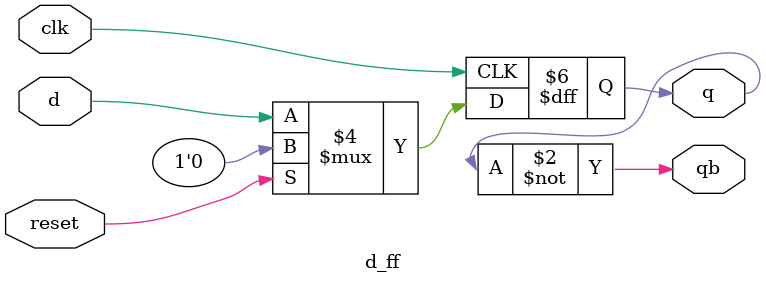
<source format=v>
/********************************************************************************************

Copyright 2018-2019 - Maven Silicon Softech Pvt Ltd. All Rights Reserved.

This source code is an unpublished work belongs to Maven Silicon Softech Pvt Ltd.
It is considered a trade secret and is not to be divulged or used by parties who 
have not received written authorization from Maven Silicon Softech Pvt Ltd.

Maven Silicon Softech Pvt Ltd
Bangalore - 560076

Webpage: www.maven-silicon.com

Filename:	dff.v   

Description:	Delay flip flop 

Date:		01/05/2018

Author:		Maven Silicon

Email:		online@maven-silicon.com
		 

Version:	1.0

*********************************************************************************************/
 
module d_ff(clk,
           reset,
           d,
           q,
           qb);

 // Step1 : Declare Port Directions
input d,clk,reset;
output reg q;
output qb;
//output qb;

 // Step2 : Write the behavioral logic for D flip-flop functionality.
always@ (posedge clk)// or reset)
	begin
	//d = 1'b0;
	if (reset)// == 1 )
	q = 0;
else //if (reset == 0)
	q = d;
 // Step3: Assign complement of q to qb.
	end
assign	qb = ~ q;
	//end
endmodule
</source>
